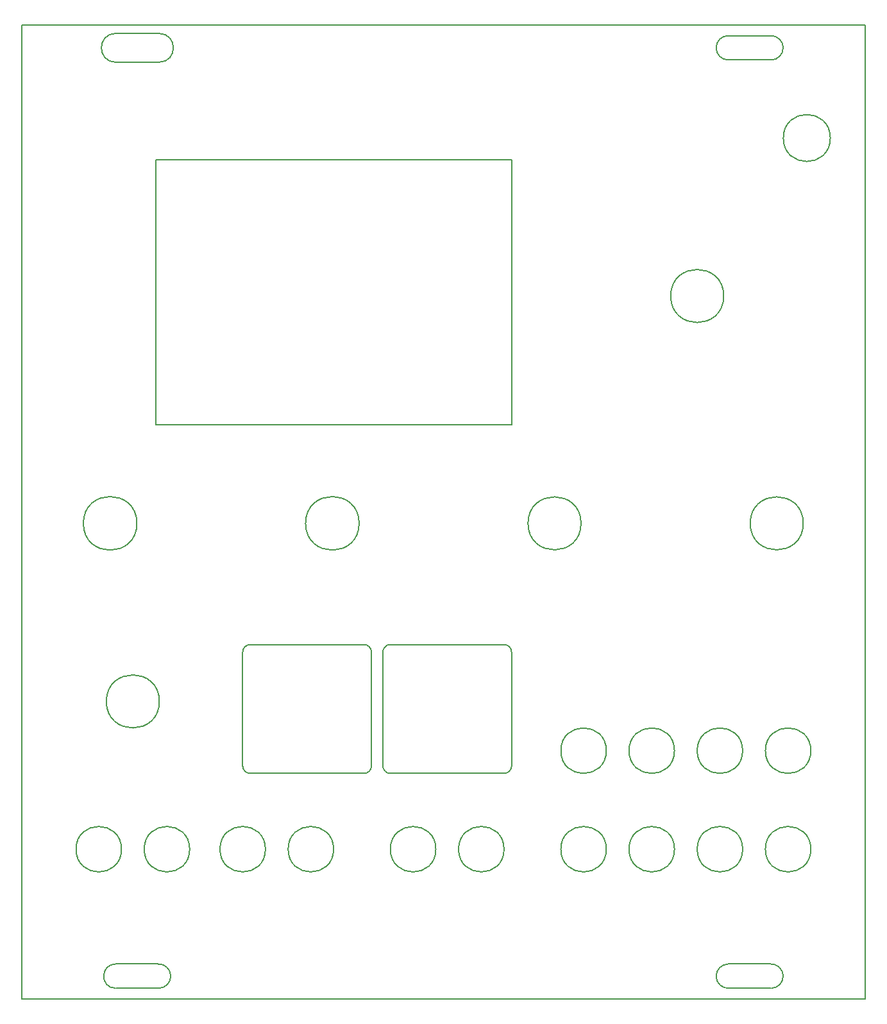
<source format=gko>
G04 #@! TF.GenerationSoftware,KiCad,Pcbnew,(5.1.0)-1*
G04 #@! TF.CreationDate,2019-04-06T15:11:00+02:00*
G04 #@! TF.ProjectId,frontplate,66726f6e-7470-46c6-9174-652e6b696361,C*
G04 #@! TF.SameCoordinates,Original*
G04 #@! TF.FileFunction,Drawing*
%FSLAX46Y46*%
G04 Gerber Fmt 4.6, Leading zero omitted, Abs format (unit mm)*
G04 Created by KiCad (PCBNEW (5.1.0)-1) date 2019-04-06 15:11:00*
%MOMM*%
%LPD*%
G04 APERTURE LIST*
%ADD10C,0.200000*%
G04 APERTURE END LIST*
D10*
X147100000Y-122650000D02*
G75*
G02X146100000Y-121650000I0J1000000D01*
G01*
X146100000Y-106650000D02*
G75*
G02X147100000Y-105650000I1000000J0D01*
G01*
X163100000Y-121650000D02*
G75*
G02X162100000Y-122650000I-1000000J0D01*
G01*
X162100000Y-105650000D02*
G75*
G02X163100000Y-106650000I0J-1000000D01*
G01*
X165600000Y-122650000D02*
G75*
G02X164600000Y-121650000I0J1000000D01*
G01*
X164600000Y-106650000D02*
G75*
G02X165600000Y-105650000I1000000J0D01*
G01*
X180600000Y-105650000D02*
G75*
G02X181600000Y-106650000I0J-1000000D01*
G01*
X181600000Y-121650000D02*
G75*
G02X180600000Y-122650000I-1000000J0D01*
G01*
X223670000Y-38800000D02*
G75*
G03X223670000Y-38800000I-3100000J0D01*
G01*
X116950000Y-23900000D02*
X116950000Y-152400000D01*
X228250000Y-152400000D02*
X228250000Y-23900000D01*
X129294860Y-150999050D02*
G75*
G02X129350000Y-147800000I55140J1599050D01*
G01*
X134927348Y-147801650D02*
G75*
G02X135000000Y-151000000I72652J-1598350D01*
G01*
X129350000Y-151000000D02*
X134950000Y-151000000D01*
X129350000Y-147800000D02*
X134950000Y-147800000D01*
X129350000Y-28800000D02*
G75*
G02X129350000Y-25000000I0J1900000D01*
G01*
X135050000Y-25000000D02*
G75*
G02X135050000Y-28800000I0J-1900000D01*
G01*
X129350000Y-28800000D02*
X135100000Y-28800000D01*
X129350000Y-25000000D02*
X135000000Y-25000000D01*
X210200001Y-28500780D02*
G75*
G02X210249999Y-25300001I-1J1600780D01*
G01*
X215777348Y-25301650D02*
G75*
G02X215850000Y-28500000I72652J-1598350D01*
G01*
X210250000Y-28500000D02*
X215850000Y-28500000D01*
X210250000Y-25300000D02*
X215850000Y-25300000D01*
X210303012Y-150996680D02*
G75*
G02X210200000Y-147800000I-103012J1596680D01*
G01*
X215790753Y-147800317D02*
G75*
G02X215899999Y-150999999I59247J-1599683D01*
G01*
X210250000Y-147800000D02*
X215850000Y-147800000D01*
X210250000Y-151000000D02*
X215850000Y-151000000D01*
X228250000Y-23900000D02*
X116950000Y-23900000D01*
X116950000Y-152400000D02*
X228250000Y-152400000D01*
X181600000Y-41650000D02*
X134600000Y-41650000D01*
X181600000Y-76650000D02*
X181600000Y-41650000D01*
X134600000Y-76650000D02*
X181600000Y-76650000D01*
X134600000Y-41650000D02*
X134600000Y-76650000D01*
X161468867Y-89650000D02*
G75*
G03X161468867Y-89650000I-3535534J0D01*
G01*
X132135534Y-89650000D02*
G75*
G03X132135534Y-89650000I-3535534J0D01*
G01*
X194100000Y-119650000D02*
G75*
G03X194100000Y-119650000I-3000000J0D01*
G01*
X203100000Y-119650000D02*
G75*
G03X203100000Y-119650000I-3000000J0D01*
G01*
X212100000Y-119650000D02*
G75*
G03X212100000Y-119650000I-3000000J0D01*
G01*
X221100000Y-119650000D02*
G75*
G03X221100000Y-119650000I-3000000J0D01*
G01*
X221100000Y-132650000D02*
G75*
G03X221100000Y-132650000I-3000000J0D01*
G01*
X212100000Y-132650000D02*
G75*
G03X212100000Y-132650000I-3000000J0D01*
G01*
X203100000Y-132650000D02*
G75*
G03X203100000Y-132650000I-3000000J0D01*
G01*
X194100000Y-132650000D02*
G75*
G03X194100000Y-132650000I-3000000J0D01*
G01*
X180600000Y-132650000D02*
G75*
G03X180600000Y-132650000I-3000000J0D01*
G01*
X171600000Y-132650000D02*
G75*
G03X171600000Y-132650000I-3000000J0D01*
G01*
X158100000Y-132650000D02*
G75*
G03X158100000Y-132650000I-3000000J0D01*
G01*
X149100000Y-132650000D02*
G75*
G03X149100000Y-132650000I-3000000J0D01*
G01*
X139100000Y-132650000D02*
G75*
G03X139100000Y-132650000I-3000000J0D01*
G01*
X130100000Y-132650000D02*
G75*
G03X130100000Y-132650000I-3000000J0D01*
G01*
X220100000Y-89650000D02*
G75*
G03X220100000Y-89650000I-3500000J0D01*
G01*
X135100000Y-113150000D02*
G75*
G03X135100000Y-113150000I-3500000J0D01*
G01*
X190766666Y-89650000D02*
G75*
G03X190766666Y-89650000I-3500000J0D01*
G01*
X209600000Y-59650000D02*
G75*
G03X209600000Y-59650000I-3500000J0D01*
G01*
X163100000Y-121650000D02*
X163100000Y-106650000D01*
X147100000Y-122650000D02*
X162100000Y-122650000D01*
X146100000Y-106650000D02*
X146100000Y-121650000D01*
X162100000Y-105650000D02*
X147100000Y-105650000D01*
X180600000Y-105650000D02*
X165600000Y-105650000D01*
X181600000Y-121650000D02*
X181600000Y-106650000D01*
X165600000Y-122650000D02*
X180600000Y-122650000D01*
X164600000Y-106650000D02*
X164600000Y-121650000D01*
M02*

</source>
